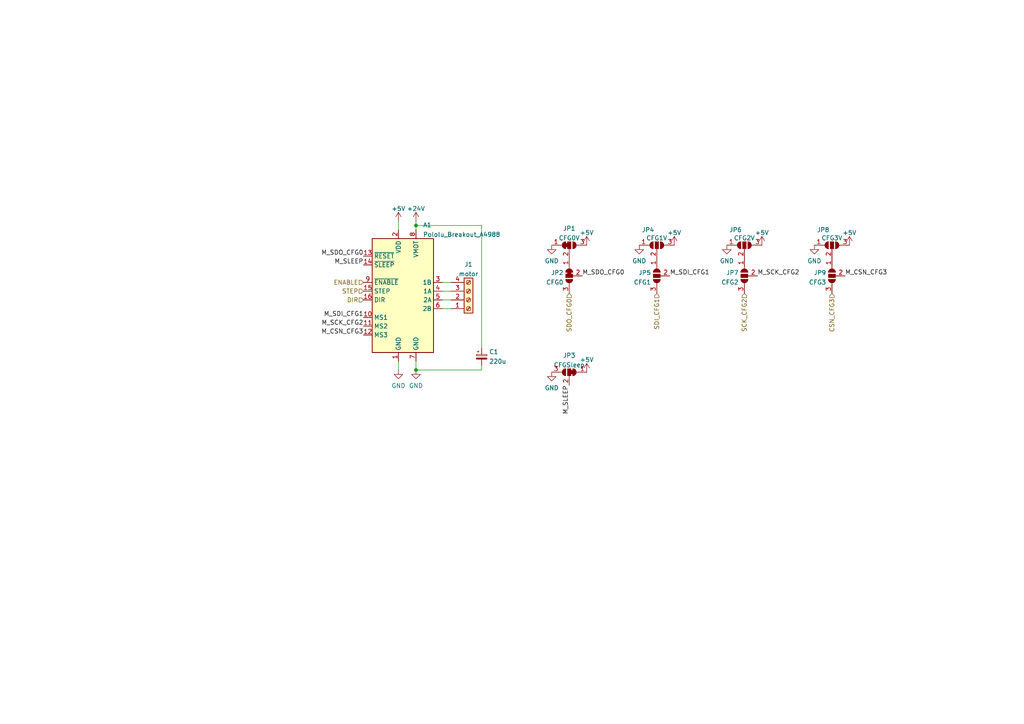
<source format=kicad_sch>
(kicad_sch (version 20211123) (generator eeschema)
  (paper "A4")
  (lib_symbols
    (symbol "Connector:Screw_Terminal_01x04" (pin_names (offset 1.016) hide)
      (property "Reference" "J" (at 0 5.08 0))
      (property "Value" "Screw_Terminal_01x04" (at 0 -7.62 0))
      (symbol "Screw_Terminal_01x04_1_1"
        (rectangle (start -1.27 3.81) (end 1.27 -6.35) (stroke (width 0.254)) (fill (type background)))
        (circle (center 0 -5.08) (radius 0.635) (stroke (width 0.1524)))
        (circle (center 0 -2.54) (radius 0.635) (stroke (width 0.1524)))
        (polyline (pts (xy -0.5334 -4.7498) (xy 0.3302 -5.588)) (stroke (width 0.1524)))
        (polyline (pts (xy -0.5334 -2.2098) (xy 0.3302 -3.048)) (stroke (width 0.1524)))
        (polyline (pts (xy -0.5334 0.3302) (xy 0.3302 -0.508)) (stroke (width 0.1524)))
        (polyline (pts (xy -0.5334 2.8702) (xy 0.3302 2.032)) (stroke (width 0.1524)))
        (polyline (pts (xy -0.3556 -4.572) (xy 0.508 -5.4102)) (stroke (width 0.1524)))
        (polyline (pts (xy -0.3556 -2.032) (xy 0.508 -2.8702)) (stroke (width 0.1524)))
        (polyline (pts (xy -0.3556 0.508) (xy 0.508 -0.3302)) (stroke (width 0.1524)))
        (polyline (pts (xy -0.3556 3.048) (xy 0.508 2.2098)) (stroke (width 0.1524)))
        (circle (center 0 0) (radius 0.635) (stroke (width 0.1524)))
        (circle (center 0 2.54) (radius 0.635) (stroke (width 0.1524)))
        (pin passive line (at -5.08 2.54 0) (length 3.81) (name "Pin_1") (number "1"))
        (pin passive line (at -5.08 0 0) (length 3.81) (name "Pin_2") (number "2"))
        (pin passive line (at -5.08 -2.54 0) (length 3.81) (name "Pin_3") (number "3"))
        (pin passive line (at -5.08 -5.08 0) (length 3.81) (name "Pin_4") (number "4"))
      )
    )
    (symbol "Device:C_Polarized_Small" (pin_numbers hide) (pin_names (offset 0.254) hide)
      (property "Reference" "C" (at 0.254 1.778 0))
      (property "Value" "C_Polarized_Small" (at 0.254 -2.032 0))
      (symbol "C_Polarized_Small_0_1"
        (rectangle (start -1.524 -0.3048) (end 1.524 -0.6858) (fill (type outline)))
        (rectangle (start -1.524 0.6858) (end 1.524 0.3048))
        (polyline (pts (xy -1.27 1.524) (xy -0.762 1.524)))
        (polyline (pts (xy -1.016 1.27) (xy -1.016 1.778)))
      )
      (symbol "C_Polarized_Small_1_1"
        (pin passive line (at 0 2.54 270) (length 1.8542) (name "~") (number "1"))
        (pin passive line (at 0 -2.54 90) (length 1.8542) (name "~") (number "2"))
      )
    )
    (symbol "Driver_Motor:Pololu_Breakout_A4988"
      (property "Reference" "A" (at -2.54 19.05 0))
      (property "Value" "Pololu_Breakout_A4988" (at -2.54 16.51 0))
      (symbol "Pololu_Breakout_A4988_0_1"
        (rectangle (start 10.16 -17.78) (end -7.62 15.24) (stroke (width 0.254)) (fill (type background)))
      )
      (symbol "Pololu_Breakout_A4988_1_1"
        (pin power_in line (at 0 -20.32 90) (length 2.54) (name "GND") (number "1"))
        (pin input line (at -10.16 -7.62 0) (length 2.54) (name "MS1") (number "10"))
        (pin input line (at -10.16 -10.16 0) (length 2.54) (name "MS2") (number "11"))
        (pin input line (at -10.16 -12.7 0) (length 2.54) (name "MS3") (number "12"))
        (pin input line (at -10.16 10.16 0) (length 2.54) (name "~{RESET}") (number "13"))
        (pin input line (at -10.16 7.62 0) (length 2.54) (name "~{SLEEP}") (number "14"))
        (pin input line (at -10.16 0 0) (length 2.54) (name "STEP") (number "15"))
        (pin input line (at -10.16 -2.54 0) (length 2.54) (name "DIR") (number "16"))
        (pin power_in line (at 0 17.78 270) (length 2.54) (name "VDD") (number "2"))
        (pin output line (at 12.7 2.54 180) (length 2.54) (name "1B") (number "3"))
        (pin output line (at 12.7 0 180) (length 2.54) (name "1A") (number "4"))
        (pin output line (at 12.7 -2.54 180) (length 2.54) (name "2A") (number "5"))
        (pin output line (at 12.7 -5.08 180) (length 2.54) (name "2B") (number "6"))
        (pin power_in line (at 5.08 -20.32 90) (length 2.54) (name "GND") (number "7"))
        (pin power_in line (at 5.08 17.78 270) (length 2.54) (name "VMOT") (number "8"))
        (pin input line (at -10.16 2.54 0) (length 2.54) (name "~{ENABLE}") (number "9"))
      )
    )
    (symbol "Jumper:SolderJumper_3_Bridged12" (pin_names (offset 0) hide)
      (property "Reference" "JP" (at -2.54 -2.54 0))
      (property "Value" "SolderJumper_3_Bridged12" (at 0 2.794 0))
      (symbol "SolderJumper_3_Bridged12_0_1"
        (rectangle (start -1.016 0.508) (end -0.508 -0.508) (fill (type outline)))
        (arc (start -1.016 1.016) (mid -2.032 0) (end -1.016 -1.016))
        (arc (start -1.016 1.016) (mid -2.032 0) (end -1.016 -1.016) (fill (type outline)))
        (rectangle (start -0.508 1.016) (end 0.508 -1.016) (fill (type outline)))
        (polyline (pts (xy -2.54 0) (xy -2.032 0)))
        (polyline (pts (xy -1.016 1.016) (xy -1.016 -1.016)))
        (polyline (pts (xy 0 -1.27) (xy 0 -1.016)))
        (polyline (pts (xy 1.016 1.016) (xy 1.016 -1.016)))
        (polyline (pts (xy 2.54 0) (xy 2.032 0)))
        (arc (start 1.016 -1.016) (mid 2.032 0) (end 1.016 1.016))
        (arc (start 1.016 -1.016) (mid 2.032 0) (end 1.016 1.016) (fill (type outline)))
      )
      (symbol "SolderJumper_3_Bridged12_1_1"
        (pin passive line (at -5.08 0 0) (length 2.54) (name "A") (number "1"))
        (pin input line (at 0 -3.81 90) (length 2.54) (name "C") (number "2"))
        (pin passive line (at 5.08 0 180) (length 2.54) (name "B") (number "3"))
      )
    )
    (symbol "Jumper:SolderJumper_3_Open" (pin_names (offset 0) hide)
      (property "Reference" "JP" (at -2.54 -2.54 0))
      (property "Value" "SolderJumper_3_Open" (at 0 2.794 0))
      (symbol "SolderJumper_3_Open_0_1"
        (arc (start -1.016 1.016) (mid -2.032 0) (end -1.016 -1.016))
        (arc (start -1.016 1.016) (mid -2.032 0) (end -1.016 -1.016) (fill (type outline)))
        (rectangle (start -0.508 1.016) (end 0.508 -1.016) (fill (type outline)))
        (polyline (pts (xy -2.54 0) (xy -2.032 0)))
        (polyline (pts (xy -1.016 1.016) (xy -1.016 -1.016)))
        (polyline (pts (xy 0 -1.27) (xy 0 -1.016)))
        (polyline (pts (xy 1.016 1.016) (xy 1.016 -1.016)))
        (polyline (pts (xy 2.54 0) (xy 2.032 0)))
        (arc (start 1.016 -1.016) (mid 2.032 0) (end 1.016 1.016))
        (arc (start 1.016 -1.016) (mid 2.032 0) (end 1.016 1.016) (fill (type outline)))
      )
      (symbol "SolderJumper_3_Open_1_1"
        (pin passive line (at -5.08 0 0) (length 2.54) (name "A") (number "1"))
        (pin input line (at 0 -3.81 90) (length 2.54) (name "C") (number "2"))
        (pin passive line (at 5.08 0 180) (length 2.54) (name "B") (number "3"))
      )
    )
    (symbol "power:+24V" (power) (pin_names (offset 0))
      (property "Value" "+24V" (at 0 3.556 0))
      (symbol "+24V_0_1"
        (polyline (pts (xy -0.762 1.27) (xy 0 2.54)))
        (polyline (pts (xy 0 0) (xy 0 2.54)))
        (polyline (pts (xy 0 2.54) (xy 0.762 1.27)))
      )
      (symbol "+24V_1_1"
        (pin power_in line (at 0 0 90) (length 0) hide (name "+24V") (number "1"))
      )
    )
    (symbol "power:+5V" (power) (pin_names (offset 0))
      (property "Value" "+5V" (at 0 3.556 0))
      (symbol "+5V_0_1"
        (polyline (pts (xy -0.762 1.27) (xy 0 2.54)))
        (polyline (pts (xy 0 0) (xy 0 2.54)))
        (polyline (pts (xy 0 2.54) (xy 0.762 1.27)))
      )
      (symbol "+5V_1_1"
        (pin power_in line (at 0 0 90) (length 0) hide (name "+5V") (number "1"))
      )
    )
    (symbol "power:GND" (power) (pin_names (offset 0))
      (property "Value" "GND" (at 0 -3.81 0))
      (symbol "GND_0_1"
        (polyline (pts (xy 0 0) (xy 0 -1.27) (xy 1.27 -1.27) (xy 0 -2.54) (xy -1.27 -1.27) (xy 0 -1.27)))
      )
      (symbol "GND_1_1"
        (pin power_in line (at 0 0 270) (length 0) hide (name "GND") (number "1"))
      )
    )
  )
  (junction (at 120.65 65.405))
  (junction (at 120.65 107.315))
  (wire (pts (xy 115.57 64.135) (xy 115.57 66.675)))
  (wire (pts (xy 120.65 104.775) (xy 120.65 107.315)))
  (wire (pts (xy 139.7 65.405) (xy 139.7 100.965)))
  (wire (pts (xy 120.65 107.315) (xy 139.7 107.315)))
  (wire (pts (xy 120.65 65.405) (xy 139.7 65.405)))
  (wire (pts (xy 128.27 86.995) (xy 130.81 86.995)))
  (wire (pts (xy 128.27 84.455) (xy 130.81 84.455)))
  (wire (pts (xy 120.65 64.135) (xy 120.65 65.405)))
  (wire (pts (xy 120.65 65.405) (xy 120.65 66.675)))
  (wire (pts (xy 139.7 107.315) (xy 139.7 106.045)))
  (wire (pts (xy 128.27 89.535) (xy 130.81 89.535)))
  (wire (pts (xy 115.57 107.315) (xy 115.57 104.775)))
  (wire (pts (xy 128.27 81.915) (xy 130.81 81.915)))
  (label "M_SLEEP" (at 165.1 111.76 270))
  (label "M_CSN_CFG3" (at 105.41 97.155 180))
  (label "M_SCK_CFG2" (at 219.71 80.01 0))
  (label "M_SLEEP" (at 105.41 76.835 180))
  (label "M_SDI_CFG1" (at 194.31 80.01 0))
  (label "M_SCK_CFG2" (at 105.41 94.615 180))
  (label "M_SDO_CFG0" (at 168.91 80.01 0))
  (label "M_CSN_CFG3" (at 245.11 80.01 0))
  (label "M_SDO_CFG0" (at 105.41 74.295 180))
  (label "M_SDI_CFG1" (at 105.41 92.075 180))
  (hierarchical_label "SCK_CFG2" (shape input) (at 215.9 85.09 270))
  (hierarchical_label "STEP" (shape input) (at 105.41 84.455 180))
  (hierarchical_label "SDI_CFG1" (shape input) (at 190.5 85.09 270))
  (hierarchical_label "DIR" (shape input) (at 105.41 86.995 180))
  (hierarchical_label "SDO_CFG0" (shape input) (at 165.1 85.09 270))
  (hierarchical_label "ENABLE" (shape input) (at 105.41 81.915 180))
  (hierarchical_label "CSN_CFG3" (shape input) (at 241.3 85.09 270))
  (symbol (lib_id "Jumper:SolderJumper_3_Open") (at 215.9 80.01 90) (mirror x)
    (property "Reference" "JP7" (at 214.2491 79.1015 90) (effects (justify left)))
    (property "Value" "CFG2" (at 214.2491 81.8766 90) (effects (justify left)))
    (property "Footprint" "Jumper:SolderJumper-3_P1.3mm_Open_RoundedPad1.0x1.5mm" (effects hide))
  )
  (symbol (lib_id "Jumper:SolderJumper_3_Open") (at 241.3 71.12 0)
    (property "Reference" "JP8" (at 238.76 66.675 0))
    (property "Value" "CFG3V" (at 241.3 69.0396 0))
    (property "Footprint" "Jumper:SolderJumper-3_P1.3mm_Open_RoundedPad1.0x1.5mm" (effects hide))
  )
  (symbol (lib_id "power:GND") (at 185.42 71.12 0)
    (property "Reference" "#PWR013" (effects hide))
    (property "Value" "GND" (at 185.42 75.6825 0))
  )
  (symbol (lib_id "Jumper:SolderJumper_3_Bridged12") (at 165.1 80.01 90) (mirror x)
    (property "Reference" "JP2" (at 163.4491 79.1015 90) (effects (justify left)))
    (property "Value" "CFG0" (at 163.4491 81.8766 90) (effects (justify left)))
    (property "Footprint" "Jumper:SolderJumper-3_P1.3mm_Bridged12_RoundedPad1.0x1.5mm" (effects hide))
  )
  (symbol (lib_id "Jumper:SolderJumper_3_Bridged12") (at 165.1 107.95 0) (mirror y)
    (property "Reference" "JP3" (at 165.1 103.0945 0))
    (property "Value" "CFGSleep" (at 165.1 105.8696 0))
    (property "Footprint" "Jumper:SolderJumper-3_P1.3mm_Bridged12_RoundedPad1.0x1.5mm" (effects hide))
  )
  (symbol (lib_id "power:+5V") (at 220.98 71.12 0)
    (property "Reference" "#PWR016" (effects hide))
    (property "Value" "+5V" (at 220.98 67.5155 0))
  )
  (symbol (lib_id "Jumper:SolderJumper_3_Open") (at 215.9 71.12 0)
    (property "Reference" "JP6" (at 213.36 66.675 0))
    (property "Value" "CFG2V" (at 215.9 69.0396 0))
    (property "Footprint" "Jumper:SolderJumper-3_P1.3mm_Open_RoundedPad1.0x1.5mm" (effects hide))
  )
  (symbol (lib_id "Driver_Motor:Pololu_Breakout_A4988") (at 115.57 84.455 0)
    (property "Reference" "A1" (at 122.6694 65.2485 0) (effects (justify left)))
    (property "Value" "Pololu_Breakout_A4988" (at 122.6694 68.0236 0) (effects (justify left)))
    (property "Footprint" "Module:Pololu_Breakout-16_15.2x20.3mm" (effects hide))
    (property "Datasheet" "https://www.pololu.com/product/2980/pictures" (effects hide))
  )
  (symbol (lib_id "power:GND") (at 120.65 107.315 0)
    (property "Reference" "#PWR08" (effects hide))
    (property "Value" "GND" (at 120.65 111.8775 0))
  )
  (symbol (lib_id "Jumper:SolderJumper_3_Open") (at 190.5 80.01 90) (mirror x)
    (property "Reference" "JP5" (at 188.8491 79.1015 90) (effects (justify left)))
    (property "Value" "CFG1" (at 188.8491 81.8766 90) (effects (justify left)))
    (property "Footprint" "Jumper:SolderJumper-3_P1.3mm_Open_RoundedPad1.0x1.5mm" (effects hide))
  )
  (symbol (lib_id "power:GND") (at 115.57 107.315 0)
    (property "Reference" "#PWR06" (effects hide))
    (property "Value" "GND" (at 115.57 111.8775 0))
  )
  (symbol (lib_id "power:+5V") (at 195.58 71.12 0)
    (property "Reference" "#PWR014" (effects hide))
    (property "Value" "+5V" (at 195.58 67.5155 0))
  )
  (symbol (lib_id "power:GND") (at 236.22 71.12 0)
    (property "Reference" "#PWR017" (effects hide))
    (property "Value" "GND" (at 236.22 75.6825 0))
  )
  (symbol (lib_id "Jumper:SolderJumper_3_Open") (at 241.3 80.01 90) (mirror x)
    (property "Reference" "JP9" (at 239.6491 79.1015 90) (effects (justify left)))
    (property "Value" "CFG3" (at 239.6491 81.8766 90) (effects (justify left)))
    (property "Footprint" "Jumper:SolderJumper-3_P1.3mm_Open_RoundedPad1.0x1.5mm" (effects hide))
  )
  (symbol (lib_id "power:+5V") (at 115.57 64.135 0)
    (property "Reference" "#PWR05" (effects hide))
    (property "Value" "+5V" (at 115.57 60.5305 0))
  )
  (symbol (lib_id "Device:C_Polarized_Small") (at 139.7 103.505 0)
    (property "Reference" "C1" (at 141.859 102.0504 0) (effects (justify left)))
    (property "Value" "220u" (at 141.859 104.8255 0) (effects (justify left)))
    (property "Footprint" "Capacitor_SMD:CP_Elec_8x10.5" (effects hide))
  )
  (symbol (lib_id "power:+5V") (at 246.38 71.12 0)
    (property "Reference" "#PWR018" (effects hide))
    (property "Value" "+5V" (at 246.38 67.5155 0))
  )
  (symbol (lib_id "power:GND") (at 160.02 107.95 0)
    (property "Reference" "#PWR010" (effects hide))
    (property "Value" "GND" (at 160.02 112.5125 0))
  )
  (symbol (lib_id "Connector:Screw_Terminal_01x04") (at 135.89 86.995 0) (mirror x)
    (property "Reference" "J1" (at 135.89 76.6785 0))
    (property "Value" "motor" (at 135.89 79.4536 0))
    (property "Footprint" "Connector_Phoenix_MC:PhoenixContact_MC_1,5_4-G-3.5_1x04_P3.50mm_Horizontal" (effects hide))
  )
  (symbol (lib_id "power:+24V") (at 120.65 64.135 0)
    (property "Reference" "#PWR07" (effects hide))
    (property "Value" "+24V" (at 120.65 60.5305 0))
  )
  (symbol (lib_id "Jumper:SolderJumper_3_Open") (at 190.5 71.12 0)
    (property "Reference" "JP4" (at 187.96 66.675 0))
    (property "Value" "CFG1V" (at 190.5 69.0396 0))
    (property "Footprint" "Jumper:SolderJumper-3_P1.3mm_Open_RoundedPad1.0x1.5mm" (effects hide))
  )
  (symbol (lib_id "power:+5V") (at 170.18 71.12 0)
    (property "Reference" "#PWR011" (effects hide))
    (property "Value" "+5V" (at 170.18 67.5155 0))
  )
  (symbol (lib_id "power:+5V") (at 170.18 107.95 0)
    (property "Reference" "#PWR012" (effects hide))
    (property "Value" "+5V" (at 170.18 104.3455 0))
  )
  (symbol (lib_id "power:GND") (at 160.02 71.12 0)
    (property "Reference" "#PWR09" (effects hide))
    (property "Value" "GND" (at 160.02 75.6825 0))
  )
  (symbol (lib_id "power:GND") (at 210.82 71.12 0)
    (property "Reference" "#PWR015" (effects hide))
    (property "Value" "GND" (at 210.82 75.6825 0))
  )
  (symbol (lib_id "Jumper:SolderJumper_3_Bridged12") (at 165.1 71.12 0)
    (property "Reference" "JP1" (at 165.1 66.2645 0))
    (property "Value" "CFG0V" (at 165.1 69.0396 0))
    (property "Footprint" "Jumper:SolderJumper-3_P1.3mm_Bridged12_RoundedPad1.0x1.5mm" (effects hide))
  )
)
</source>
